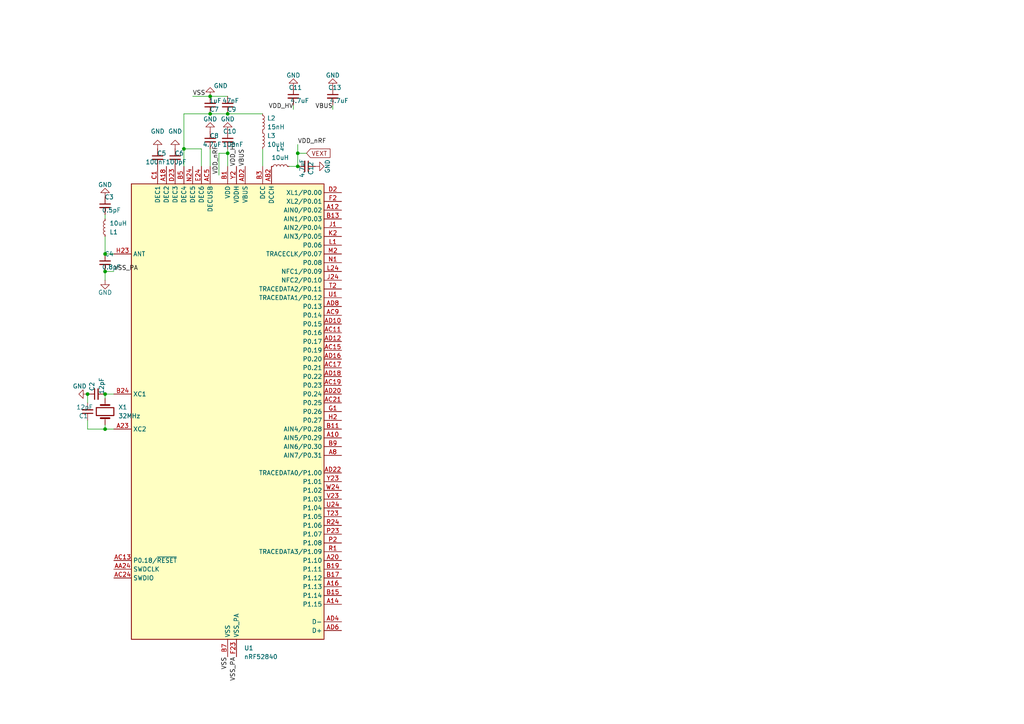
<source format=kicad_sch>
(kicad_sch (version 20231120) (generator "eeschema") (generator_version "8.0")
  (paper "A4")
  (lib_symbols
    (symbol "Device:C_Small" (pin_numbers hide) (pin_names (offset 0.254) hide)
      (property "Reference" "C" (at 0.254 1.778 0))
      (property "Value" "C_Small" (at 0.254 -2.032 0))
      (symbol "C_Small_0_1"
        (polyline (pts (xy -1.524 -0.508) (xy 1.524 -0.508)) (stroke (width 0.3302)))
        (polyline (pts (xy -1.524 0.508) (xy 1.524 0.508)) (stroke (width 0.3048)))
      )
      (symbol "C_Small_1_1"
        (pin passive line (at 0 2.54 270) (length 2.032) (name "~") (number "1"))
        (pin passive line (at 0 -2.54 90) (length 2.032) (name "~") (number "2"))
      )
    )
    (symbol "Device:Crystal" (pin_numbers hide) (pin_names (offset 1.016) hide)
      (property "Reference" "Y" (at 0 3.81 0))
      (property "Value" "Crystal" (at 0 -3.81 0))
      (symbol "Crystal_0_1"
        (rectangle (start -1.143 2.54) (end 1.143 -2.54) (stroke (width 0.3048)))
        (polyline (pts (xy -2.54 0) (xy -1.905 0)))
        (polyline (pts (xy -1.905 -1.27) (xy -1.905 1.27)) (stroke (width 0.508)))
        (polyline (pts (xy 1.905 -1.27) (xy 1.905 1.27)) (stroke (width 0.508)))
        (polyline (pts (xy 2.54 0) (xy 1.905 0)))
      )
      (symbol "Crystal_1_1"
        (pin passive line (at -3.81 0 0) (length 1.27) (name "1") (number "1"))
        (pin passive line (at 3.81 0 180) (length 1.27) (name "2") (number "2"))
      )
    )
    (symbol "Device:L_Small" (pin_numbers hide) (pin_names (offset 0.254) hide)
      (property "Reference" "L" (at 0.762 1.016 0))
      (property "Value" "L_Small" (at 0.762 -1.016 0))
      (symbol "L_Small_0_1"
        (arc (start 0 -2.032) (mid 0.5058 -1.524) (end 0 -1.016))
        (arc (start 0 -1.016) (mid 0.5058 -0.508) (end 0 0))
        (arc (start 0 0) (mid 0.5058 0.508) (end 0 1.016))
        (arc (start 0 1.016) (mid 0.5058 1.524) (end 0 2.032))
      )
      (symbol "L_Small_1_1"
        (pin passive line (at 0 2.54 270) (length 0.508) (name "~") (number "1"))
        (pin passive line (at 0 -2.54 90) (length 0.508) (name "~") (number "2"))
      )
    )
    (symbol "MCU_Nordic:nRF52840"
      (property "Reference" "U" (at 0 5.08 0))
      (property "Value" "nRF52840" (at 0 2.54 0))
      (symbol "nRF52840_0_1"
        (rectangle (start -27.94 66.04) (end 27.94 -66.04) (stroke (width 0.254)) (fill (type background)))
      )
      (symbol "nRF52840_1_1"
        (pin bidirectional line (at 33.02 -7.62 180) (length 5.08) (name "AIN5/P0.29") (number "A10"))
        (pin bidirectional line (at 33.02 58.42 180) (length 5.08) (name "AIN0/P0.02") (number "A12"))
        (pin bidirectional line (at 33.02 -55.88 180) (length 5.08) (name "P1.15") (number "A14"))
        (pin bidirectional line (at 33.02 -50.8 180) (length 5.08) (name "P1.13") (number "A16"))
        (pin passive line (at -17.78 71.12 270) (length 5.08) (name "DEC2") (number "A18"))
        (pin bidirectional line (at 33.02 -43.18 180) (length 5.08) (name "P1.10") (number "A20"))
        (pin passive line (at 0 71.12 270) (length 5.08) hide (name "VDD") (number "A22"))
        (pin input line (at -33.02 -5.08 0) (length 5.08) (name "XC2") (number "A23"))
        (pin bidirectional line (at 33.02 -12.7 180) (length 5.08) (name "AIN7/P0.31") (number "A8"))
        (pin input line (at -33.02 -45.72 0) (length 5.08) (name "SWDCLK") (number "AA24"))
        (pin power_out line (at 12.7 71.12 270) (length 5.08) (name "DCCH") (number "AB2"))
        (pin bidirectional line (at 33.02 22.86 180) (length 5.08) (name "P0.16") (number "AC11"))
        (pin bidirectional line (at -33.02 -43.18 0) (length 5.08) (name "P0.18/~{RESET}") (number "AC13"))
        (pin bidirectional line (at 33.02 17.78 180) (length 5.08) (name "P0.19") (number "AC15"))
        (pin bidirectional line (at 33.02 12.7 180) (length 5.08) (name "P0.21") (number "AC17"))
        (pin bidirectional line (at 33.02 7.62 180) (length 5.08) (name "P0.23") (number "AC19"))
        (pin bidirectional line (at 33.02 2.54 180) (length 5.08) (name "P0.25") (number "AC21"))
        (pin bidirectional line (at -33.02 -48.26 0) (length 5.08) (name "SWDIO") (number "AC24"))
        (pin passive line (at -5.08 71.12 270) (length 5.08) (name "DECUSB") (number "AC5"))
        (pin bidirectional line (at 33.02 27.94 180) (length 5.08) (name "P0.14") (number "AC9"))
        (pin bidirectional line (at 33.02 25.4 180) (length 5.08) (name "P0.15") (number "AD10"))
        (pin bidirectional line (at 33.02 20.32 180) (length 5.08) (name "P0.17") (number "AD12"))
        (pin passive line (at 0 71.12 270) (length 5.08) hide (name "VDD") (number "AD14"))
        (pin bidirectional line (at 33.02 15.24 180) (length 5.08) (name "P0.20") (number "AD16"))
        (pin bidirectional line (at 33.02 10.16 180) (length 5.08) (name "P0.22") (number "AD18"))
        (pin power_in line (at 5.08 71.12 270) (length 5.08) (name "VBUS") (number "AD2"))
        (pin bidirectional line (at 33.02 5.08 180) (length 5.08) (name "P0.24") (number "AD20"))
        (pin bidirectional line (at 33.02 -17.78 180) (length 5.08) (name "TRACEDATA0/P1.00") (number "AD22"))
        (pin passive line (at 0 71.12 270) (length 5.08) hide (name "VDD") (number "AD23"))
        (pin bidirectional line (at 33.02 -60.96 180) (length 5.08) (name "D-") (number "AD4"))
        (pin bidirectional line (at 33.02 -63.5 180) (length 5.08) (name "D+") (number "AD6"))
        (pin bidirectional line (at 33.02 30.48 180) (length 5.08) (name "P0.13") (number "AD8"))
        (pin power_in line (at 0 71.12 270) (length 5.08) (name "VDD") (number "B1"))
        (pin bidirectional line (at 33.02 -5.08 180) (length 5.08) (name "AIN4/P0.28") (number "B11"))
        (pin bidirectional line (at 33.02 55.88 180) (length 5.08) (name "AIN1/P0.03") (number "B13"))
        (pin bidirectional line (at 33.02 -53.34 180) (length 5.08) (name "P1.14") (number "B15"))
        (pin bidirectional line (at 33.02 -48.26 180) (length 5.08) (name "P1.12") (number "B17"))
        (pin bidirectional line (at 33.02 -45.72 180) (length 5.08) (name "P1.11") (number "B19"))
        (pin input line (at -33.02 5.08 0) (length 5.08) (name "XC1") (number "B24"))
        (pin power_out line (at 10.16 71.12 270) (length 5.08) (name "DCC") (number "B3"))
        (pin passive line (at -12.7 71.12 270) (length 5.08) (name "DEC4") (number "B5"))
        (pin power_in line (at 0 -71.12 90) (length 5.08) (name "VSS") (number "B7"))
        (pin bidirectional line (at 33.02 -10.16 180) (length 5.08) (name "AIN6/P0.30") (number "B9"))
        (pin passive line (at -20.32 71.12 270) (length 5.08) (name "DEC1") (number "C1"))
        (pin bidirectional line (at 33.02 63.5 180) (length 5.08) (name "XL1/P0.00") (number "D2"))
        (pin passive line (at -15.24 71.12 270) (length 5.08) (name "DEC3") (number "D23"))
        (pin passive line (at -7.62 71.12 270) (length 5.08) (name "DEC6") (number "E24"))
        (pin passive line (at 0 -71.12 90) (length 5.08) hide (name "VSS") (number "EP"))
        (pin bidirectional line (at 33.02 60.96 180) (length 5.08) (name "XL2/P0.01") (number "F2"))
        (pin power_in line (at 2.54 -71.12 90) (length 5.08) (name "VSS_PA") (number "F23"))
        (pin bidirectional line (at 33.02 0 180) (length 5.08) (name "P0.26") (number "G1"))
        (pin bidirectional line (at 33.02 -2.54 180) (length 5.08) (name "P0.27") (number "H2"))
        (pin passive line (at -33.02 45.72 0) (length 5.08) (name "ANT") (number "H23"))
        (pin bidirectional line (at 33.02 53.34 180) (length 5.08) (name "AIN2/P0.04") (number "J1"))
        (pin bidirectional line (at 33.02 38.1 180) (length 5.08) (name "NFC2/P0.10") (number "J24"))
        (pin bidirectional line (at 33.02 50.8 180) (length 5.08) (name "AIN3/P0.05") (number "K2"))
        (pin bidirectional line (at 33.02 48.26 180) (length 5.08) (name "P0.06") (number "L1"))
        (pin bidirectional line (at 33.02 40.64 180) (length 5.08) (name "NFC1/P0.09") (number "L24"))
        (pin bidirectional line (at 33.02 45.72 180) (length 5.08) (name "TRACECLK/P0.07") (number "M2"))
        (pin bidirectional line (at 33.02 43.18 180) (length 5.08) (name "P0.08") (number "N1"))
        (pin passive line (at -10.16 71.12 270) (length 5.08) (name "DEC5") (number "N24"))
        (pin bidirectional line (at 33.02 -38.1 180) (length 5.08) (name "P1.08") (number "P2"))
        (pin bidirectional line (at 33.02 -35.56 180) (length 5.08) (name "P1.07") (number "P23"))
        (pin bidirectional line (at 33.02 -40.64 180) (length 5.08) (name "TRACEDATA3/P1.09") (number "R1"))
        (pin bidirectional line (at 33.02 -33.02 180) (length 5.08) (name "P1.06") (number "R24"))
        (pin bidirectional line (at 33.02 35.56 180) (length 5.08) (name "TRACEDATA2/P0.11") (number "T2"))
        (pin bidirectional line (at 33.02 -30.48 180) (length 5.08) (name "P1.05") (number "T23"))
        (pin bidirectional line (at 33.02 33.02 180) (length 5.08) (name "TRACEDATA1/P0.12") (number "U1"))
        (pin bidirectional line (at 33.02 -27.94 180) (length 5.08) (name "P1.04") (number "U24"))
        (pin bidirectional line (at 33.02 -25.4 180) (length 5.08) (name "P1.03") (number "V23"))
        (pin passive line (at 0 71.12 270) (length 5.08) hide (name "VDD") (number "W1"))
        (pin bidirectional line (at 33.02 -22.86 180) (length 5.08) (name "P1.02") (number "W24"))
        (pin power_in line (at 2.54 71.12 270) (length 5.08) (name "VDDH") (number "Y2"))
        (pin bidirectional line (at 33.02 -20.32 180) (length 5.08) (name "P1.01") (number "Y23"))
      )
    )
    (symbol "power:GND" (power) (pin_numbers hide) (pin_names (offset 0) hide)
      (property "Value" "GND" (at 0 -3.81 0))
      (symbol "GND_0_1"
        (polyline (pts (xy 0 0) (xy 0 -1.27) (xy 1.27 -1.27) (xy 0 -2.54) (xy -1.27 -1.27) (xy 0 -1.27)))
      )
      (symbol "GND_1_1"
        (pin power_in line (at 0 0 270) (length 0) (name "~") (number "1"))
      )
    )
  )
  (junction (at 30.48 114.3))
  (junction (at 60.96 27.94))
  (junction (at 53.34 43.18))
  (junction (at 60.96 33.02))
  (junction (at 66.04 44.45))
  (junction (at 25.4 114.3))
  (junction (at 86.36 48.26))
  (junction (at 30.48 73.66))
  (junction (at 30.48 78.74))
  (junction (at 66.04 33.02))
  (junction (at 86.36 44.45))
  (junction (at 30.48 124.46))
  (wire (pts (xy 96.52 31.75) (xy 96.52 30.48)))
  (wire (pts (xy 66.04 44.45) (xy 66.04 48.26)))
  (wire (pts (xy 66.04 27.94) (xy 60.96 27.94)))
  (wire (pts (xy 30.48 123.19) (xy 30.48 124.46)))
  (wire (pts (xy 53.34 43.18) (xy 53.34 48.26)))
  (wire (pts (xy 30.48 81.28) (xy 30.48 78.74)))
  (wire (pts (xy 30.48 62.23) (xy 30.48 63.5)))
  (wire (pts (xy 25.4 124.46) (xy 30.48 124.46)))
  (wire (pts (xy 25.4 121.92) (xy 25.4 124.46)))
  (wire (pts (xy 86.36 41.91) (xy 86.36 44.45)))
  (wire (pts (xy 30.48 73.66) (xy 33.02 73.66)))
  (wire (pts (xy 33.02 78.74) (xy 30.48 78.74)))
  (wire (pts (xy 30.48 124.46) (xy 33.02 124.46)))
  (wire (pts (xy 60.96 43.18) (xy 60.96 48.26)))
  (wire (pts (xy 85.09 31.75) (xy 85.09 30.48)))
  (wire (pts (xy 60.96 27.94) (xy 55.88 27.94)))
  (wire (pts (xy 76.2 43.18) (xy 76.2 48.26)))
  (wire (pts (xy 30.48 114.3) (xy 30.48 115.57)))
  (wire (pts (xy 53.34 33.02) (xy 60.96 33.02)))
  (wire (pts (xy 58.42 43.18) (xy 58.42 48.26)))
  (wire (pts (xy 25.4 116.84) (xy 25.4 114.3)))
  (wire (pts (xy 63.5 44.45) (xy 66.04 44.45)))
  (wire (pts (xy 53.34 33.02) (xy 53.34 43.18)))
  (wire (pts (xy 86.36 44.45) (xy 86.36 48.26)))
  (wire (pts (xy 63.5 50.8) (xy 63.5 44.45)))
  (wire (pts (xy 30.48 73.66) (xy 30.48 68.58)))
  (wire (pts (xy 86.36 48.26) (xy 83.82 48.26)))
  (wire (pts (xy 66.04 33.02) (xy 76.2 33.02)))
  (wire (pts (xy 86.36 44.45) (xy 88.9 44.45)))
  (wire (pts (xy 58.42 43.18) (xy 53.34 43.18)))
  (wire (pts (xy 30.48 114.3) (xy 33.02 114.3)))
  (wire (pts (xy 66.04 43.18) (xy 66.04 44.45)))
  (wire (pts (xy 60.96 33.02) (xy 66.04 33.02)))
  (label "" (at 60.96 38.1 90))
  (label "" (at 66.04 38.1 90))
  (label "" (at 50.8 43.18 90))
  (label "" (at 66.04 38.1 90))
  (label "VBUS" (at 96.52 31.75 180))
  (label "VDD_nRF" (at 86.36 41.91 0))
  (label "" (at 45.72 43.18 90))
  (label "VSS_PA" (at 33.02 78.74 0))
  (label "VSS_PA" (at 68.58 190.5 270))
  (label "" (at 96.52 25.4 90))
  (label "VDD_HV" (at 68.58 48.26 90))
  (label "" (at 60.96 38.1 90))
  (label "" (at 85.09 25.4 90))
  (label "VSS" (at 66.04 190.5 270))
  (label "VSS" (at 55.88 27.94 0))
  (label "" (at 85.09 25.4 90))
  (label "" (at 91.44 48.26 0))
  (label "" (at 91.44 48.26 0))
  (label "VBUS" (at 71.12 48.26 90))
  (label "" (at 45.72 43.18 90))
  (label "" (at 50.8 43.18 90))
  (label "VDD_HV" (at 85.09 31.75 180))
  (label "VDD_nRF" (at 63.5 50.5558 90))
  (label "" (at 96.52 25.4 90))
  (global_label "VEXT" (shape input) (at 88.9 44.45 0) (property "Intersheetrefs" "${INTERSHEET_REFS}" (effects (hide yes))))
  (symbol (lib_id "power:GND") (at 60.96 38.1 180) (unit 1)
    (property "Reference" "#PWR07" (effects (hide yes)))
    (property "Value" "GND" (at 60.96 34.544 0))
    (property "Description" "Power symbol creates a global label with name \"GND\" , ground" (effects (hide yes)))
  )
  (symbol (lib_id "Device:C_Small") (at 60.96 30.48 0) (mirror x) (unit 1)
    (property "Reference" "C7" (at 63.5 31.7438 0) (effects (justify right)))
    (property "Value" "1uF" (at 64.262 29.21 0) (effects (justify right)))
    (property "Footprint" "ScottoKeebs_Components:Capacitor_0603" (effects (hide yes)))
    (property "Description" "Unpolarized capacitor, small symbol" (effects (hide yes)))
  )
  (symbol (lib_id "power:GND") (at 96.52 25.4 180) (unit 1)
    (property "Reference" "#PWR011" (effects (hide yes)))
    (property "Value" "GND" (at 96.52 21.844 0))
    (property "Description" "Power symbol creates a global label with name \"GND\" , ground" (effects (hide yes)))
  )
  (symbol (lib_id "power:GND") (at 85.09 25.4 180) (unit 1)
    (property "Reference" "#PWR09" (effects (hide yes)))
    (property "Value" "GND" (at 85.09 21.844 0))
    (property "Description" "Power symbol creates a global label with name \"GND\" , ground" (effects (hide yes)))
  )
  (symbol (lib_id "Device:C_Small") (at 27.94 114.3 90) (unit 1)
    (property "Reference" "C2" (at 26.67 110.744 0) (effects (justify right)))
    (property "Value" "12pF" (at 29.464 109.474 0) (effects (justify right)))
    (property "Footprint" "ScottoKeebs_Components:Capacitor_0603" (effects (hide yes)))
    (property "Description" "Unpolarized capacitor, small symbol" (effects (hide yes)))
  )
  (symbol (lib_id "Device:C_Small") (at 25.4 119.38 180) (unit 1)
    (property "Reference" "C1" (at 22.86 120.6438 0) (effects (justify right)))
    (property "Value" "12pF" (at 22.098 118.11 0) (effects (justify right)))
    (property "Footprint" "ScottoKeebs_Components:Capacitor_0603" (effects (hide yes)))
    (property "Description" "Unpolarized capacitor, small symbol" (effects (hide yes)))
  )
  (symbol (lib_id "Device:C_Small") (at 50.8 45.72 0) (unit 1)
    (property "Reference" "C6" (at 53.34 44.4562 0) (effects (justify right)))
    (property "Value" "100pF" (at 54.102 46.99 0) (effects (justify right)))
    (property "Footprint" "ScottoKeebs_Components:Capacitor_0603" (effects (hide yes)))
    (property "Description" "Unpolarized capacitor, small symbol" (effects (hide yes)))
  )
  (symbol (lib_id "Device:L_Small") (at 76.2 40.64 0) (unit 1)
    (property "Reference" "L3" (at 77.47 39.3699 0) (effects (justify left)))
    (property "Value" "10uH" (at 77.47 41.9099 0) (effects (justify left)))
    (property "Description" "Inductor, small symbol" (effects (hide yes)))
  )
  (symbol (lib_id "power:GND") (at 30.48 57.15 180) (unit 1)
    (property "Reference" "#PWR02" (effects (hide yes)))
    (property "Value" "GND" (at 30.48 53.594 0))
    (property "Description" "Power symbol creates a global label with name \"GND\" , ground" (effects (hide yes)))
  )
  (symbol (lib_id "Device:L_Small") (at 76.2 35.56 0) (unit 1)
    (property "Reference" "L2" (at 77.47 34.2899 0) (effects (justify left)))
    (property "Value" "15nH" (at 77.47 36.8299 0) (effects (justify left)))
    (property "Description" "Inductor, small symbol" (effects (hide yes)))
  )
  (symbol (lib_id "MCU_Nordic:nRF52840") (at 66.04 119.38 0) (unit 1)
    (property "Reference" "U1" (at 70.7741 187.96 0) (effects (justify left)))
    (property "Value" "nRF52840" (at 70.7741 190.5 0) (effects (justify left)))
    (property "Footprint" "Package_DFN_QFN:Nordic_AQFN-73-1EP_7x7mm_P0.5mm" (effects (hide yes)))
    (property "Datasheet" "http://infocenter.nordicsemi.com/topic/com.nordic.infocenter.nrf52/dita/nrf52/chips/nrf52840.html" (effects (hide yes)))
    (property "Description" "Multiprotocol BLE/ANT/2.4 GHz/802.15.4 Cortex-M4F SoC, AQFN-73" (effects (hide yes)))
  )
  (symbol (lib_id "power:GND") (at 66.04 38.1 180) (unit 1)
    (property "Reference" "#PWR08" (effects (hide yes)))
    (property "Value" "GND" (at 66.04 34.544 0))
    (property "Description" "Power symbol creates a global label with name \"GND\" , ground" (effects (hide yes)))
  )
  (symbol (lib_id "Device:L_Small") (at 81.28 48.26 90) (unit 1)
    (property "Reference" "L4" (at 81.28 43.18 90))
    (property "Value" "10uH" (at 81.28 45.72 90))
    (property "Description" "Inductor, small symbol" (effects (hide yes)))
  )
  (symbol (lib_id "power:GND") (at 91.44 48.26 90) (unit 1)
    (property "Reference" "#PWR010" (effects (hide yes)))
    (property "Value" "GND" (at 94.996 48.26 0))
    (property "Description" "Power symbol creates a global label with name \"GND\" , ground" (effects (hide yes)))
  )
  (symbol (lib_id "power:GND") (at 45.72 43.18 180) (unit 1)
    (property "Reference" "#PWR04" (effects (hide yes)))
    (property "Value" "GND" (at 45.72 38.1 0))
    (property "Description" "Power symbol creates a global label with name \"GND\" , ground" (effects (hide yes)))
  )
  (symbol (lib_id "Device:C_Small") (at 30.48 59.69 0) (unit 1)
    (property "Reference" "C3" (at 33.02 57.15 0) (effects (justify right)))
    (property "Value" "0.5pF" (at 35.052 60.96 0) (effects (justify right)))
    (property "Footprint" "ScottoKeebs_Components:Capacitor_0603" (effects (hide yes)))
    (property "Description" "Unpolarized capacitor, small symbol" (effects (hide yes)))
  )
  (symbol (lib_id "Device:C_Small") (at 88.9 48.26 270) (unit 1)
    (property "Reference" "C12" (at 90.1638 50.8 0) (effects (justify right)))
    (property "Value" "4.7uF" (at 87.63 51.562 0) (effects (justify right)))
    (property "Footprint" "ScottoKeebs_Components:Capacitor_0603" (effects (hide yes)))
    (property "Description" "Unpolarized capacitor, small symbol" (effects (hide yes)))
  )
  (symbol (lib_id "Device:C_Small") (at 60.96 40.64 0) (unit 1)
    (property "Reference" "C8" (at 63.5 39.3762 0) (effects (justify right)))
    (property "Value" "4.7uF" (at 64.262 41.91 0) (effects (justify right)))
    (property "Footprint" "ScottoKeebs_Components:Capacitor_0603" (effects (hide yes)))
    (property "Description" "Unpolarized capacitor, small symbol" (effects (hide yes)))
  )
  (symbol (lib_id "Device:Crystal") (at 30.48 119.38 90) (unit 1)
    (property "Reference" "X1" (at 34.29 118.1099 90) (effects (justify right)))
    (property "Value" "32MHz" (at 34.29 120.65 90) (effects (justify right)))
    (property "Description" "Two pin crystal" (effects (hide yes)))
  )
  (symbol (lib_id "power:GND") (at 60.96 27.94 0) (mirror x) (unit 1)
    (property "Reference" "#PWR06" (effects (hide yes)))
    (property "Value" "GND" (at 64.008 24.892 0))
    (property "Description" "Power symbol creates a global label with name \"GND\" , ground" (effects (hide yes)))
  )
  (symbol (lib_id "Device:C_Small") (at 66.04 40.64 0) (unit 1)
    (property "Reference" "C10" (at 68.58 38.1 0) (effects (justify right)))
    (property "Value" "100nF" (at 70.612 41.91 0) (effects (justify right)))
    (property "Footprint" "ScottoKeebs_Components:Capacitor_0603" (effects (hide yes)))
    (property "Description" "Unpolarized capacitor, small symbol" (effects (hide yes)))
  )
  (symbol (lib_id "Device:L_Small") (at 30.48 66.04 0) (mirror y) (unit 1)
    (property "Reference" "L1" (at 31.75 67.3101 0) (effects (justify right)))
    (property "Value" "10uH" (at 31.75 64.7701 0) (effects (justify right)))
    (property "Description" "Inductor, small symbol" (effects (hide yes)))
  )
  (symbol (lib_id "Device:C_Small") (at 30.48 76.2 0) (unit 1)
    (property "Reference" "C4" (at 33.02 73.66 0) (effects (justify right)))
    (property "Value" "0.8pF" (at 35.052 77.47 0) (effects (justify right)))
    (property "Footprint" "ScottoKeebs_Components:Capacitor_0603" (effects (hide yes)))
    (property "Description" "Unpolarized capacitor, small symbol" (effects (hide yes)))
  )
  (symbol (lib_id "Device:C_Small") (at 96.52 27.94 0) (unit 1)
    (property "Reference" "C13" (at 99.06 25.4 0) (effects (justify right)))
    (property "Value" "4.7uF" (at 101.092 29.21 0) (effects (justify right)))
    (property "Footprint" "ScottoKeebs_Components:Capacitor_0603" (effects (hide yes)))
    (property "Description" "Unpolarized capacitor, small symbol" (effects (hide yes)))
  )
  (symbol (lib_id "power:GND") (at 25.4 114.3 270) (unit 1)
    (property "Reference" "#PWR01" (effects (hide yes)))
    (property "Value" "GND" (at 25.146 112.014 90) (effects (justify right)))
    (property "Description" "Power symbol creates a global label with name \"GND\" , ground" (effects (hide yes)))
  )
  (symbol (lib_id "power:GND") (at 30.48 81.28 0) (unit 1)
    (property "Reference" "#PWR03" (effects (hide yes)))
    (property "Value" "GND" (at 30.48 84.836 0))
    (property "Description" "Power symbol creates a global label with name \"GND\" , ground" (effects (hide yes)))
  )
  (symbol (lib_id "Device:C_Small") (at 66.04 30.48 0) (mirror x) (unit 1)
    (property "Reference" "C9" (at 68.58 31.7438 0) (effects (justify right)))
    (property "Value" "47nF" (at 69.342 29.21 0) (effects (justify right)))
    (property "Footprint" "ScottoKeebs_Components:Capacitor_0603" (effects (hide yes)))
    (property "Description" "Unpolarized capacitor, small symbol" (effects (hide yes)))
  )
  (symbol (lib_id "Device:C_Small") (at 45.72 45.72 0) (unit 1)
    (property "Reference" "C5" (at 48.26 44.4562 0) (effects (justify right)))
    (property "Value" "100nF" (at 48.26 46.9962 0) (effects (justify right)))
    (property "Footprint" "ScottoKeebs_Components:Capacitor_0603" (effects (hide yes)))
    (property "Description" "Unpolarized capacitor, small symbol" (effects (hide yes)))
  )
  (symbol (lib_id "Device:C_Small") (at 85.09 27.94 0) (unit 1)
    (property "Reference" "C11" (at 87.63 25.4 0) (effects (justify right)))
    (property "Value" "4.7uF" (at 89.662 29.21 0) (effects (justify right)))
    (property "Footprint" "ScottoKeebs_Components:Capacitor_0603" (effects (hide yes)))
    (property "Description" "Unpolarized capacitor, small symbol" (effects (hide yes)))
  )
  (symbol (lib_id "power:GND") (at 50.8 43.18 180) (unit 1)
    (property "Reference" "#PWR05" (effects (hide yes)))
    (property "Value" "GND" (at 50.8 38.1 0))
    (property "Description" "Power symbol creates a global label with name \"GND\" , ground" (effects (hide yes)))
  )
)
</source>
